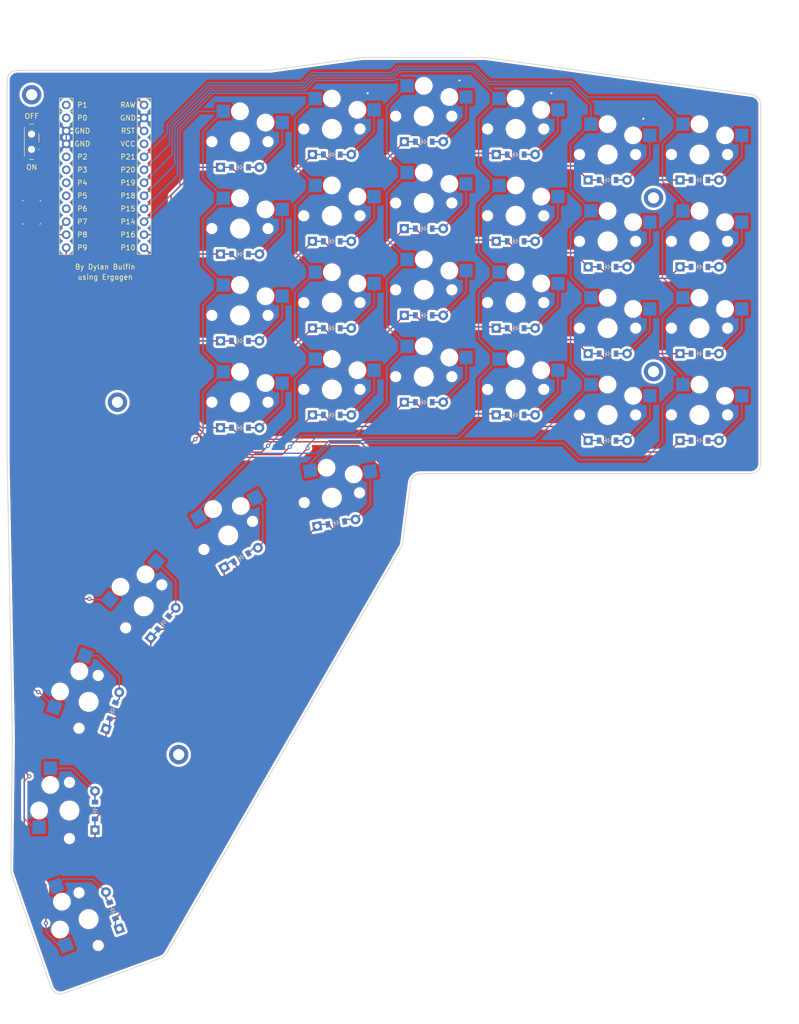
<source format=kicad_pcb>
(kicad_pcb (version 20241229) (generator "pcbnew") (generator_version "9.0")
  (title_block (title "main") (date "2025-05-04") (rev "v1.0.0") (company "Unknown"))
  (layers (0 "F.Cu" signal) (2 "B.Cu" signal) (13 "F.Paste" user) (15 "B.Paste" user) (5 "F.SilkS" user "F.Silkscreen") (7 "B.SilkS" user "B.Silkscreen") (1 "F.Mask" user) (3 "B.Mask" user) (25 "Edge.Cuts" user))
  (net 0 "")
  (net 1 "MP21")
  (net 2 "mirror_outer_bottom")
  (net 3 "mirror_outer_home")
  (net 4 "mirror_outer_top")
  (net 5 "mirror_outer_num")
  (net 6 "MP20")
  (net 7 "mirror_pinky_bottom")
  (net 8 "mirror_pinky_home")
  (net 9 "mirror_pinky_top")
  (net 10 "mirror_pinky_num")
  (net 11 "MP19")
  (net 12 "mirror_ring_bottom")
  (net 13 "mirror_ring_home")
  (net 14 "mirror_ring_top")
  (net 15 "mirror_ring_num")
  (net 16 "MP18")
  (net 17 "mirror_middle_bottom")
  (net 18 "mirror_middle_home")
  (net 19 "mirror_middle_top")
  (net 20 "mirror_middle_num")
  (net 21 "MP15")
  (net 22 "mirror_index_bottom")
  (net 23 "mirror_index_home")
  (net 24 "mirror_index_top")
  (net 25 "mirror_index_num")
  (net 26 "MP14")
  (net 27 "mirror_inner_bottom")
  (net 28 "mirror_inner_home")
  (net 29 "mirror_inner_top")
  (net 30 "mirror_inner_num")
  (net 31 "mirror_first_cluster")
  (net 32 "mirror_second_cluster")
  (net 33 "mirror_third_cluster")
  (net 34 "mirror_fourth_cluster")
  (net 35 "mirror_fifth_cluster")
  (net 36 "mirror_sixth_cluster")
  (net 37 "MP8")
  (net 38 "MP9")
  (net 39 "MP10")
  (net 40 "MP16")
  (net 41 "MP7")
  (net 42 "MRAW")
  (net 43 "MGND")
  (net 44 "MRST")
  (net 45 "MVCC")
  (net 46 "MP1")
  (net 47 "MP0")
  (net 48 "MP2")
  (net 49 "MP3")
  (net 50 "MP4")
  (net 51 "MP5")
  (net 52 "MP6")
  (net 53 "MBAT_P")
  (footprint "ComboDiode" (layer "F.Cu") (at 340 49)
    (property "Reference" "D42" (hide yes))
    (property "Value" "" (hide yes))
  )
  (footprint "PG1350" (layer "F.Cu") (at 340 61)
    (property "Reference" "S41" (hide yes))
    (property "Value" "" (hide yes))
  )
  (footprint "ComboDiode" (layer "F.Cu") (at 358 88)
    (property "Reference" "D36" (hide yes))
    (property "Value" "" (hide yes))
  )
  (footprint "PG1350" (layer "F.Cu") (at 304 78)
    (property "Reference" "S48" (hide yes))
    (property "Value" "" (hide yes))
  )
  (footprint "ComboDiode" (layer "F.Cu") (at 304 83)
    (property "Reference" "D48" (hide yes))
    (property "Value" "" (hide yes))
  )
  (footprint "ComboDiode" (layer "F.Cu") (at 376 105)
    (property "Reference" "D31" (hide yes))
    (property "Value" "" (hide yes))
  )
  (footprint "ComboDiode" (layer "F.Cu") (at 304.868241 121.124039 10)
    (property "Reference" "D55" (hide yes))
    (property "Value" "" (hide yes))
  )
  (footprint "ceoloide:power_switch_smd_side" (layer "F.Cu") (at 245.2 46.5 180)
    (property "Reference" "PWR2" (hide yes))
    (property "Value" "")
  )
  (footprint "ceoloide:mounting_hole_plated" (layer "F.Cu") (at 367 57.5)
    (property "Reference" "H2" (hide yes))
    (property "Value" "")
  )
  (footprint "PG1350" (layer "F.Cu") (at 322 92.5)
    (property "Reference" "S43" (hide yes))
    (property "Value" "" (hide yes))
  )
  (footprint "PG1350" (layer "F.Cu") (at 322 41.5)
    (property "Reference" "S46" (hide yes))
    (property "Value" "" (hide yes))
  )
  (footprint "ceoloide:mounting_hole_plated" (layer "F.Cu") (at 367 91.5)
    (property "Reference" "H4" (hide yes))
    (property "Value" "")
  )
  (footprint "PG1350" (layer "F.Cu") (at 340 95)
    (property "Reference" "S39" (hide yes))
    (property "Value" "" (hide yes))
  )
  (footprint "ComboDiode" (layer "F.Cu") (at 304 66)
    (property "Reference" "D49" (hide yes))
    (property "Value" "" (hide yes))
  )
  (footprint "ceoloide:mounting_hole_plated" (layer "F.Cu") (at 262 97.5)
    (property "Reference" "H8" (hide yes))
    (property "Value" "")
  )
  (footprint "ComboDiode" (layer "F.Cu") (at 322 63.5)
    (property "Reference" "D45" (hide yes))
    (property "Value" "" (hide yes))
  )
  (footprint "ComboDiode" (layer "F.Cu") (at 304 49)
    (property "Reference" "D50" (hide yes))
    (property "Value" "" (hide yes))
  )
  (footprint "PG1350" (layer "F.Cu") (at 304 116.2 10)
    (property "Reference" "S55" (hide yes))
    (property "Value" "" (hide yes))
  )
  (footprint "ComboDiode" (layer "F.Cu") (at 358 54)
    (property "Reference" "D38" (hide yes))
    (property "Value" "" (hide yes))
  )
  (footprint "ComboDiode" (layer "F.Cu") (at 286 51.5)
    (property "Reference" "D54" (hide yes))
    (property "Value" "" (hide yes))
  )
  (footprint "PG1350" (layer "F.Cu") (at 256.356079 156.177996 70)
    (property "Reference" "S58" (hide yes))
    (property "Value" "" (hide yes))
  )
  (footprint "ComboDiode" (layer "F.Cu") (at 270.986302 140.685786 50)
    (property "Reference" "D57" (hide yes))
    (property "Value" "" (hide yes))
  )
  (footprint "PG1350" (layer "F.Cu") (at 286 80.5)
    (property "Reference" "S52" (hide yes))
    (property "Value" "" (hide yes))
  )
  (footprint "PG1350" (layer "F.Cu") (at 376 66)
    (property "Reference" "S33" (hide yes))
    (property "Value" "" (hide yes))
  )
  (footprint "PG1350" (layer "F.Cu") (at 322 75.5)
    (property "Reference" "S44" (hide yes))
    (property "Value" "" (hide yes))
  )
  (footprint "PG1350" (layer "F.Cu") (at 340 44)
    (property "Reference" "S42" (hide yes))
    (property "Value" "" (hide yes))
  )
  (footprint "PG1350" (layer "F.Cu") (at 376 100)
    (property "Reference" "S31" (hide yes))
    (property "Value" "" (hide yes))
  )
  (footprint "ComboDiode" (layer "F.Cu") (at 322 97.5)
    (property "Reference" "D43" (hide yes))
    (property "Value" "" (hide yes))
  )
  (footprint "PG1350" (layer "F.Cu") (at 304 44)
    (property "Reference" "S50" (hide yes))
    (property "Value" "" (hide yes))
  )
  (footprint "ComboDiode" (layer "F.Cu") (at 376 54)
    (property "Reference" "D34" (hide yes))
    (property "Value" "" (hide yes))
  )
  (footprint "ceoloide:mcu_nice_nano" (layer "F.Cu") (at 259.6 52)
    (property "Reference" "MCU2" (hide yes))
    (property "Value" "")
  )
  (footprint "PG1350" (layer "F.Cu") (at 358 83)
    (property "Reference" "S36" (hide yes))
    (property "Value" "" (hide yes))
  )
  (footprint "ComboDiode" (layer "F.Cu") (at 358 105)
    (property "Reference" "D35" (hide yes))
    (property "Value" "" (hide yes))
  )
  (footprint "PG1350" (layer "F.Cu") (at 304 95)
    (property "Reference" "S47" (hide yes))
    (property "Value" "" (hide yes))
  )
  (footprint "ComboDiode" (layer "F.Cu") (at 257.605279 177.449844 90)
    (property "Reference" "D59" (hide yes))
    (property "Value" "" (hide yes))
  )
  (footprint "PG1350" (layer "F.Cu") (at 358 49)
    (property "Reference" "S38" (hide yes))
    (property "Value" "" (hide yes))
  )
  (footprint "PG1350" (layer "F.Cu") (at 304 61)
    (property "Reference" "S49" (hide yes))
    (property "Value" "" (hide yes))
  )
  (footprint "PG1350" (layer "F.Cu") (at 376 49)
    (property "Reference" "S34" (hide yes))
    (property "Value" "" (hide yes))
  )
  (footprint "ComboDiode" (layer "F.Cu") (at 261.054543 197.01159 110)
    (property "Reference" "D60" (hide yes))
    (property "Value" "" (hide yes))
  )
  (footprint "PG1350" (layer "F.Cu") (at 340 78)
    (property "Reference" "S40" (hide yes))
    (property "Value" "" (hide yes))
  )
  (footprint "PG1350" (layer "F.Cu") (at 286 63.5)
    (property "Reference" "S53" (hide yes))
    (property "Value" "" (hide yes))
  )
  (footprint "ComboDiode" (layer "F.Cu") (at 286 102.5)
    (property "Reference" "D51" (hide yes))
    (property "Value" "" (hide yes))
  )
  (footprint "PG1350" (layer "F.Cu") (at 376 83)
    (property "Reference" "S32" (hide yes))
    (property "Value" "" (hide yes))
  )
  (footprint "PG1350" (layer "F.Cu") (at 256.35608 198.721691 110)
    (property "Reference" "S60" (hide yes))
    (property "Value" "" (hide yes))
  )
  (footprint "ceoloide:reset_switch_smd_side" (layer "F.Cu") (at 245.2 60.3 -90)
    (property "Reference" "RST2" (hide yes))
    (property "Value" "")
  )
  (footprint "ceoloide:mounting_hole_plated" (layer "F.Cu") (at 274 166.5)
    (property "Reference" "H10" (hide yes))
    (property "Value" "")
  )
  (footprint "ComboDiode" (layer "F.Cu") (at 340 83)
    (property "Reference" "D40" (hide yes))
    (property "Value" "" (hide yes))
  )
  (footprint "ComboDiode" (layer "F.Cu") (at 340 100)
    (property "Reference" "D39" (hide yes))
    (property "Value" "" (hide yes))
  )
  (footprint "ComboDiode" (layer "F.Cu") (at 376 88)
    (property "Reference" "D32" (hide yes))
    (property "Value" "" (hide yes))
  )
  (footprint "PG1350" (layer "F.Cu") (at 267.156079 137.471848 50)
    (property "Reference" "S57" (hide yes))
    (property "Value" "" (hide yes))
  )
  (footprint "ceoloide:mounting_hole_plated" (layer "F.Cu") (at 245.2 37.3)
    (property "Reference" "H6" (hide yes))
    (property "Value" "")
  )
  (footprint "ComboDiode" (layer "F.Cu") (at 340 66)
    (property "Reference" "D41" (hide yes))
    (property "Value" "" (hide yes))
  )
  (footprint "ComboDiode" (layer "F.Cu") (at 358 71)
    (property "Reference" "D37" (hide yes))
    (property "Value" "" (hide yes))
  )
  (footprint "ComboDiode" (layer "F.Cu") (at 286 85.5)
    (property "Reference" "D52" (hide yes))
    (property "Value" "" (hide yes))
  )
  (footprint "PG1350" (layer "F.Cu") (at 358 100)
    (property "Reference" "S35" (hide yes))
    (property "Value" "" (hide yes))
  )
  (footprint "PG1350" (layer "F.Cu") (at 322 58.5)
    (property "Reference" "S45" (hide yes))
    (property "Value" "" (hide yes))
  )
  (footprint "ComboDiode" (layer "F.Cu") (at 322 46.5)
    (property "Reference" "D46" (hide yes))
    (property "Value" "" (hide yes))
  )
  (footprint "ComboDiode" (layer "F.Cu") (at 286 68.5)
    (property "Reference" "D53" (hide yes))
    (property "Value" "" (hide yes))
  )
  (footprint "ComboDiode" (layer "F.Cu") (at 261.054543 157.888097 70)
    (property "Reference" "D58" (hide yes))
    (property "Value" "" (hide yes))
  )
  (footprint "PG1350" (layer "F.Cu") (at 286 46.5)
    (property "Reference" "S54" (hide yes))
    (property "Value" "" (hide yes))
  )
  (footprint "PG1350" (layer "F.Cu") (at 252.605279 177.449844 90)
    (property "Reference" "S59" (hide yes))
    (property "Value" "" (hide yes))
  )
  (footprint "PG1350" (layer "F.Cu") (at 358 66)
    (property "Reference" "S37" (hide yes))
    (property "Value" "" (hide yes))
  )
  (footprint "PG1350" (layer "F.Cu") (at 286 97.5)
    (property "Reference" "S51" (hide yes))
    (property "Value" "" (hide yes))
  )
  (footprint "ComboDiode" (layer "F.Cu") (at 322 80.5)
    (property "Reference" "D44" (hide yes))
    (property "Value" "" (hide yes))
  )
  (footprint "ComboDiode" (layer "F.Cu") (at 304 100)
    (property "Reference" "D47" (hide yes))
    (property "Value" "" (hide yes))
  )
  (footprint "PG1350" (layer "F.Cu") (at 283.702639 123.587635 30)
    (property "Reference" "S56" (hide yes))
    (property "Value" "" (hide yes))
  )
  (footprint "ComboDiode" (layer "F.Cu") (at 286.202639 127.917762 30)
    (property "Reference" "D56" (hide yes))
    (property "Value" "" (hide yes))
  )
  (footprint "ComboDiode" (layer "F.Cu") (at 376 71)
    (property "Reference" "D33" (hide yes))
    (property "Value" "" (hide yes))
  )
  (gr_line (start 388 39.24142) (end 388 109.5) (stroke (width 0.15)) (layer "Edge.Cuts"))
  (gr_line (start 248.985819 212.01811) (end 241.221537 189.782783) (stroke (width 0.15)) (layer "Edge.Cuts"))
  (gr_line (start 240.4 108.980826) (end 240.4 34.5) (stroke (width 0.15)) (layer "Edge.Cuts"))
  (gr_arc (start 251.558054 213.238163) (mid 250.016903 213.16582) (end 248.985819 212.01811) (stroke (width 0.15)) (layer "Edge.Cuts"))
  (gr_arc (start 319.376413 113.245954) (mid 320.038868 111.998657) (end 321.360212 111.5) (stroke (width 0.15)) (layer "Edge.Cuts"))
  (gr_line (start 317.613898 125.789219) (end 271.630757 205.434356) (stroke (width 0.15)) (layer "Edge.Cuts"))
  (gr_line (start 241.444754 163.488792) (end 240.400368 109.019167) (stroke (width 0.15)) (layer "Edge.Cuts"))
  (gr_arc (start 333.861775 30) (mid 333.999672 30.004758) (end 334.136912 30.019016) (stroke (width 0.15)) (layer "Edge.Cuts"))
  (gr_line (start 241.109904 189.09722) (end 241.444949 163.553363) (stroke (width 0.15)) (layer "Edge.Cuts"))
  (gr_line (start 319.376413 113.245954) (end 317.865647 125.043265) (stroke (width 0.15)) (layer "Edge.Cuts"))
  (gr_line (start 242.4 32.5) (end 291.861775 32.5) (stroke (width 0.15)) (layer "Edge.Cuts"))
  (gr_arc (start 386.275137 37.260436) (mid 387.508348 37.928082) (end 388 39.24142) (stroke (width 0.15)) (layer "Edge.Cuts"))
  (gr_arc (start 317.865647 125.043265) (mid 317.776839 125.428751) (end 317.613898 125.789219) (stroke (width 0.15)) (layer "Edge.Cuts"))
  (gr_line (start 334.136912 30.019016) (end 386.275137 37.260436) (stroke (width 0.15)) (layer "Edge.Cuts"))
  (gr_arc (start 292.136912 32.480985) (mid 291.999672 32.49524) (end 291.861775 32.5) (stroke (width 0.15)) (layer "Edge.Cuts"))
  (gr_line (start 292.136912 32.480984) (end 309.863088 30.019016) (stroke (width 0.15)) (layer "Edge.Cuts"))
  (gr_line (start 386 111.5) (end 321.360212 111.5) (stroke (width 0.15)) (layer "Edge.Cuts"))
  (gr_line (start 270.582746 206.313741) (end 251.558054 213.238163) (stroke (width 0.15)) (layer "Edge.Cuts"))
  (gr_arc (start 241.221537 189.782783) (mid 241.135738 189.444884) (end 241.109904 189.09722) (stroke (width 0.15)) (layer "Edge.Cuts"))
  (gr_arc (start 271.630757 205.434356) (mid 271.184288 205.966456) (end 270.582746 206.313741) (stroke (width 0.15)) (layer "Edge.Cuts"))
  (gr_arc (start 240.4 34.5) (mid 240.985786 33.085786) (end 242.4 32.5) (stroke (width 0.15)) (layer "Edge.Cuts"))
  (gr_arc (start 309.863088 30.019015) (mid 310.000328 30.00476) (end 310.138225 30) (stroke (width 0.15)) (layer "Edge.Cuts"))
  (gr_arc (start 388 109.5) (mid 387.414214 110.914214) (end 386 111.5) (stroke (width 0.15)) (layer "Edge.Cuts"))
  (gr_line (start 310.138225 30) (end 333.861775 30) (stroke (width 0.15)) (layer "Edge.Cuts"))
  (gr_arc (start 240.400368 109.019167) (mid 240.400092 108.999997) (end 240.4 108.980826) (stroke (width 0.15)) (layer "Edge.Cuts"))
  (gr_arc (start 241.444754 163.488792) (mid 241.445112 163.521077) (end 241.444949 163.553363) (stroke (width 0.15)) (layer "Edge.Cuts"))
  (gr_text "By Dylan Bulfin" (at 259.6 71 0) (layer "F.SilkS") (effects (font (size 1 1))))
  (gr_text "using Ergogen" (at 259.6 73 0) (layer "F.SilkS") (effects (font (size 1 1))))
  (segment (start 372.725 60.05) (end 368.75 64.025) (width 0.254) (layer "B.Cu") (net 1))
  (segment (start 368.75 47.025) (end 368.75 54.25) (width 0.254) (layer "B.Cu") (net 1))
  (segment (start 299.741548 110.909092) (end 299.741548 109.478286) (width 0.254) (layer "B.Cu") (net 1))
  (segment (start 349.277 105.527) (end 352.5 108.75) (width 0.254) (layer "B.Cu") (net 1))
  (segment (start 331.846668 31.732) (end 316.819332 31.732) (width 0.254) (layer "B.Cu") (net 1))
  (segment (start 315.578332 32.973) (end 300.117497 32.973) (width 0.254) (layer "B.Cu") (net 1))
  (segment (start 372.725 92.225) (end 372.725 94.05) (width 0.254) (layer "B.Cu") (net 1))
  (segment (start 372.725 43.05) (end 368.75 47.025) (width 0.254) (layer "B.Cu") (net 1))
  (segment (start 368.75 73.075) (end 372.725 77.05) (width 0.254) (layer "B.Cu") (net 1))
  (segment (start 299.741548 109.478286) (end 303.692834 105.527) (width 0.254) (layer "B.Cu") (net 1))
  (segment (start 368.75 105.25) (end 368.75 98.025) (width 0.254) (layer "B.Cu") (net 1))
  (segment (start 367.440083 37.765083) (end 353.984917 37.765083) (width 0.254) (layer "B.Cu") (net 1))
  (segment (start 353.984917 37.765083) (end 350.960834 34.741) (width 0.254) (layer "B.Cu") (net 1))
  (segment (start 372.725 58.225) (end 372.725 60.05) (width 0.254) (layer "B.Cu") (net 1))
  (segment (start 316.819332 31.732) (end 315.578332 32.973) (width 0.254) (layer "B.Cu") (net 1))
  (segment (start 303.692834 105.527) (end 349.277 105.527) (width 0.254) (layer "B.Cu") (net 1))
  (segment (start 298.126498 34.964) (end 279.876498 34.964) (width 0.254) (layer "B.Cu") (net 1))
  (segment (start 365.25 108.75) (end 368.75 105.25) (width 0.254) (layer "B.Cu") (net 1))
  (segment (start 368.75 98.025) (end 372.725 94.05) (width 0.254) (layer "B.Cu") (net 1))
  (segment (start 271.705 43.135498) (end 271.705 44.975) (width 0.254) (layer "B.Cu") (net 1))
  (segment (start 372.725 77.05) (end 368.75 81.025) (width 0.254) (layer "B.Cu") (net 1))
  (segment (start 350.960834 34.741) (end 334.855668 34.741) (width 0.254) (layer "B.Cu") (net 1))
  (segment (start 372.725 43.05) (end 367.440083 37.765083) (width 0.254) (layer "B.Cu") (net 1))
  (segment (start 368.75 88.25) (end 372.725 92.225) (width 0.254) (layer "B.Cu") (net 1))
  (segment (start 368.75 81.025) (end 368.75 88.25) (width 0.254) (layer "B.Cu") (net 1))
  (segment (start 300.117497 32.973) (end 298.126498 34.964) (width 0.254) (layer "B.Cu") (net 1))
  (segment (start 352.5 108.75) (end 365.25 108.75) (width 0.254) (layer "B.Cu") (net 1))
  (segment (start 368.75 54.25) (end 372.725 58.225) (width 0.254) (layer "B.Cu") (net 1))
  (segment (start 368.75 64.025) (end 368.75 73.075) (width 0.254) (layer "B.Cu") (net 1))
  (segment (start 334.855668 34.741) (end 331.846668 31.732) (width 0.254) (layer "B.Cu") (net 1))
  (segment (start 271.705 44.975) (end 267.22 49.46) (width 0.254) (layer "B.Cu") (net 1))
  (segment (start 279.876498 34.964) (end 271.705 43.135498) (width 0.254) (layer "B.Cu") (net 1))
  (segment (start 377.65 105) (end 379.81 105) (width 0.254) (layer "F.Cu") (net 2))
  (segment (start 384.275 100.535) (end 384.275 96.25) (width 0.254) (layer "B.Cu") (net 2))
  (segment (start 377.65 105) (end 379.81 105) (width 0.254) (layer "B.Cu") (net 2))
  (segment (start 379.81 105) (end 384.275 100.535) (width 0.254) (layer "B.Cu") (net 2))
  (segment (start 377.65 88) (end 379.81 88) (width 0.254) (layer "F.Cu") (net 3))
  (segment (start 377.65 88) (end 379.81 88) (width 0.254) (layer "B.Cu") (net 3))
  (segment (start 379.81 88) (end 384.275 83.535) (width 0.254) (layer "B.Cu") (net 3))
  (segment (start 384.275 83.535) (end 384.275 79.25) (width 0.254) (layer "B.Cu") (net 3))
  (segment (start 377.65 71) (end 379.81 71) (width 0.254) (layer "F.Cu") (net 4))
  (segment (start 377.65 71) (end 379.81 71) (width 0.254) (layer "B.Cu") (net 4))
  (segment (start 379.81 71) (end 384.275 66.535) (width 0.254) (layer "B.Cu") (net 4))
  (segment (start 384.275 66.535) (end 384.275 62.25) (width 0.254) (layer "B.Cu") (net 4))
  (segment (start 377.65 54) (end 379.81 54) (width 0.254) (layer "F.Cu") (net 5))
  (segment (start 377.65 54) (end 379.81 54) (width 0.254) (layer "B.Cu") (net 5))
  (segment (start 379.81 54) (end 384.275 49.535) (width 0.254) (layer "B.Cu") (net 5))
  (segment (start 384.275 49.535) (end 384.275 45.25) (width 0.254) (layer "B.Cu") (net 5))
  (segment (start 350.75 64.025) (end 350.75 73.075) (width 0.254) (layer "B.Cu") (net 6))
  (segment (start 298.337332 35.473) (end 280.087332 35.473) (width 0.254) (layer "B.Cu") (net 6))
  (segment (start 343.757 105.018) (end 350.75 98.025) (width 0.254) (layer "B.Cu") (net 6))
  (segment (start 350.75 47.025) (end 350.75 56.075) (width 0.254) (layer "B.Cu") (net 6))
  (segment (start 277.891406 120.072284) (end 277.891406 118.571173) (width 0.254) (layer "B.Cu") (net 6))
  (segment (start 350.75 90.075) (end 354.725 94.05) (width 0.254) (layer "B.Cu") (net 6))
  (segment (start 354.725 60.05) (end 350.75 64.025) (width 0.254) (layer "B.Cu") (net 6))
  (segment (start 350.75 81.025) (end 350.75 90.075) (width 0.254) (layer "B.Cu") (net 6))
  (segment (start 303.482 105.018) (end 343.757 105.018) (width 0.254) (layer "B.Cu") (net 6))
  (segment (start 272.214 47.006) (end 267.22 52) (width 0.254) (layer "B.Cu") (net 6))
  (segment (start 354.725 39.225) (end 350.75 35.25) (width 0.254) (layer "B.Cu") (net 6))
  (segment (start 301 107.5) (end 303.482 105.018) (width 0.254) (layer "B.Cu") (net 6))
  (segment (start 317.030166 32.241) (end 315.789166 33.482) (width 0.254) (layer "B.Cu") (net 6))
  (segment (start 315.789166 33.482) (end 300.328332 33.482) (width 0.254) (layer "B.Cu") (net 6))
  (segment (start 288.962579 107.5) (end 301 107.5) (width 0.254) (layer "B.Cu") (net 6))
  (segment (start 272.214 43.346332) (end 272.214 47.006) (width 0.254) (layer "B.Cu") (net 6))
  (segment (start 277.891406 118.571173) (end 288.962579 107.5) (width 0.254) (layer "B.Cu") (net 6))
  (segment (start 350.75 35.25) (end 334.644834 35.25) (width 0.254) (layer "B.Cu") (net 6))
  (segment (start 354.725 94.05) (end 350.75 98.025) (width 0.254) (layer "B.Cu") (net 6))
  (segment (start 280.087332 35.473) (end 272.214 43.346332) (width 0.254) (layer "B.Cu") (net 6))
  (segment (start 354.725 43.05) (end 354.725 39.225) (width 0.254) (layer "B.Cu") (net 6))
  (segment (start 300.328332 33.482) (end 298.337332 35.473) (width 0.254) (layer "B.Cu") (net 6))
  (segment (start 354.725 77.05) (end 350.75 81.025) (width 0.254) (layer "B.Cu") (net 6))
  (segment (start 331.635834 32.241) (end 317.030166 32.241) (width 0.254) (layer "B.Cu") (net 6))
  (segment (start 334.644834 35.25) (end 331.635834 32.241) (width 0.254) (layer "B.Cu") (net 6))
  (segment (start 350.75 56.075) (end 354.725 60.05) (width 0.254) (layer "B.Cu") (net 6))
  (segment (start 354.725 43.05) (end 350.75 47.025) (width 0.254) (layer "B.Cu") (net 6))
  (segment (start 350.75 73.075) (end 354.725 77.05) (width 0.254) (layer "B.Cu") (net 6))
  (segment (start 359.65 105) (end 361.81 105) (width 0.254) (layer "F.Cu") (net 7))
  (segment (start 361.81 105) (end 366.275 100.535) (width 0.254) (layer "B.Cu") (net 7))
  (segment (start 359.65 105) (end 361.81 105) (width 0.254) (layer "B.Cu") (net 7))
  (segment (start 366.275 100.535) (end 366.275 96.25) (width 0.254) (layer "B.Cu") (net 7))
  (segment (start 359.65 88) (end 361.81 88) (width 0.254) (layer "F.Cu") (net 8))
  (segment (start 366.275 83.535) (end 366.275 79.25) (width 0.254) (layer "B.Cu") (net 8))
  (segment (start 359.65 88) (end 361.81 88) (width 0.254) (layer "B.Cu") (net 8))
  (segment (start 361.81 88) (end 366.275 83.535) (width 0.254) (layer "B.Cu") (net 8))
  (segment (start 359.65 71) (end 361.81 71) (width 0.254) (layer "F.Cu") (net 9))
  (segment (start 361.81 71) (end 366.275 66.535) (width 0.254) (layer "B.Cu") (net 9))
  (segment (start 366.275 66.535) (end 366.275 62.25) (width 0.254) (layer "B.Cu") (net 9))
  (segment (start 359.65 71) (end 361.81 71) (width 0.254) (layer "B.Cu") (net 9))
  (segment (start 359.65 54) (end 361.81 54) (width 0.254) (layer "F.Cu") (net 10))
  (segment (start 361.81 54) (end 366.275 49.535) (width 0.254) (layer "B.Cu") (net 10))
  (segment (start 359.65 54) (end 361.81 54) (width 0.254) (layer "B.Cu") (net 10))
  (segment (start 366.275 49.535) (end 366.275 45.25) (width 0.254) (layer "B.Cu") (net 10))
  (segment (start 256.829751 110.079751) (end 258.632502 108.277) (width 0.254) (layer "F.Cu") (net 11))
  (segment (start 245.277 121.632502) (end 256.829751 110.079751) (width 0.254) (layer "F.Cu") (net 11))
  (segment (start 297.473 108.277) (end 299.25 106.5) (width 0.254) (layer "F.Cu") (net 11))
  (segment (start 245.277 133.527) (end 245.277 131.25) (width 0.254) (layer "F.Cu") (net 11))
  (segment (start 247.75 136) (end 245.277 133.527) (width 0.254) (layer "F.Cu") (net 11))
  (segment (start 245.277 131.25) (end 245.277 121.632502) (width 0.254) (layer "F.Cu") (net 11))
  (segment (start 258.632502 108.277) (end 277.5 108.277) (width 0.254) (layer "F.Cu") (net 11))
  (segment (start 277.5 108.277) (end 297.473 108.277) (width 0.254) (layer "F.Cu") (net 11))
  (segment (start 256.5 136) (end 247.75 136) (width 0.254) (layer "F.Cu") (net 11))
  (via (at 256.5 136) (size 0.8) (drill 0.4) (layers "F.Cu" "B.Cu") (net 11))
  (via (at 299.25 106.5) (size 0.8) (drill 0.4) (layers "F.Cu" "B.Cu") (net 11))
  (segment (start 299.25 106.5) (end 299.25 106) (width 0.254) (layer "B.Cu") (net 11))
  (segment (start 316 33.991) (end 300.539166 33.991) (width 0.254) (layer "B.Cu") (net 11))
  (segment (start 332.75 100.5) (end 332.75 93.025) (width 0.254) (layer "B.Cu") (net 11))
  (segment (start 332.75 51.075) (end 336.725 55.05) (width 0.254) (layer "B.Cu") (net 11))
  (segment (start 317.241 32.75) (end 316 33.991) (width 0.254) (layer "B.Cu") (net 11))
  (segment (start 328.741 104.509) (end 332.75 100.5) (width 0.254) (layer "B.Cu") (net 11))
  (segment (start 336.725 55.05) (end 332.75 59.025) (width 0.254) (layer "B.Cu") (net 11))
  (segment (start 336.725 72.05) (end 332.75 76.025) (width 0.254) (layer "B.Cu") (net 11))
  (segment (start 272.723 49.037) (end 267.22 54.54) (width 0.254) (layer "B.Cu") (net 11))
  (segment (start 272.723 43.557166) (end 272.723 49.037) (width 0.254) (layer "B.Cu") (net 11))
  (segment (start 332.75 76.025) (end 332.75 85.075) (width 0.254) (layer "B.Cu") (net 11))
  (segment (start 299.25 106) (end 300.741 104.509) (width 0.254) (layer "B.Cu") (net 11))
  (segment (start 332.75 85.075) (end 336.725 89.05) (width 0.254) (layer "B.Cu") (net 11))
  (segment (start 332.75 68.075) (end 336.725 72.05) (width 0.254) (layer "B.Cu") (net 11))
  (segment (start 298.548166 35.982) (end 280.298166 35.982) (width 0.254) (layer "B.Cu") (net 11))
  (segment (start 300.741 104.509) (end 328.741 104.509) (width 0.254) (layer "B.Cu") (net 11))
  (segment (start 256.656057 136.156057) (end 256.5 136) (width 0.254) (layer "B.Cu") (net 11))
  (segment (start 332.75 93.025) (end 336.725 89.05) (width 0.254) (layer "B.Cu") (net 11))
  (segment (start 336.725 38.05) (end 332.75 42.025) (width 0.254) (layer "B.Cu") (net 11))
  (segment (start 280.298166 35.982) (end 272.723 43.557166) (width 0.254) (layer "B.Cu") (net 11))
  (segment (start 336.725 38.05) (end 331.425 32.75) (width 0.254) (layer "B.Cu") (net 11))
  (segment (start 300.539166 33.991) (end 298.548166 35.982) (width 0.254) (layer "B.Cu") (net 11))
  (segment (start 260.492985 136.156057) (end 256.656057 136.156057) (width 0.254) (layer "B.Cu") (net 11))
  (segment (start 331.425 32.75) (end 317.241 32.75) (width 0.254) (layer "B.Cu") (net 11))
  (segment (start 332.75 59.025) (end 332.75 68.075) (width 0.254) (layer "B.Cu") (net 11))
  (segment (start 332.75 42.025) (end 332.75 51.075) (width 0.254) (layer "B.Cu") (net 11))
  (segment (start 341.65 100) (end 343.81 100) (width 0.254) (layer "F.Cu") (net 12))
  (segment (start 341.65 100) (end 343.81 100) (width 0.254) (layer "B.Cu") (net 12))
  (segment (start 343.81 100) (end 348.275 95.535) (width 0.254) (layer "B.Cu") (net 12))
  (segment (start 348.275 95.535) (end 348.275 91.25) (width 0.254) (layer "B.Cu") (net 12))
  (segment (start 341.65 83) (end 343.81 83) (width 0.254) (layer "F.Cu") (net 13))
  (segment (start 343.81 83) (end 348.275 78.535) (width 0.254) (layer "B.Cu") (net 13))
  (segment (start 341.65 83) (end 343.81 83) (width 0.254) (layer "B.Cu") (net 13))
  (segment (start 348.275 78.535) (end 348.275 74.25) (width 0.254) (layer "B.Cu") (net 13))
  (segment (start 341.65 66) (end 343.81 66) (width 0.254) (layer "F.Cu") (net 14))
  (segment (start 343.81 66) (end 348.275 61.535) (width 0.254) (layer "B.Cu") (net 14))
  (segment (start 348.275 61.535) (end 348.275 57.25) (width 0.254) (layer "B.Cu") (net 14))
  (segment (start 341.65 66) (end 343.81 66) (width 0.254) (layer "B.Cu") (net 14))
  (segment (start 341.65 49) (end 343.81 49) (width 0.254) (layer "F.Cu") (net 15))
  (segment (start 343.81 49) (end 348.275 44.535) (width 0.254) (layer "B.Cu") (net 15))
  (segment (start 348.275 44.535) (end 348.275 40.25) (width 0.254) (layer "B.Cu") (net 15))
  (segment (start 341.65 49) (end 343.81 49) (width 0.254) (layer "B.Cu") (net 15))
  (segment (start 294.232 107.768) (end 295.75 106.25) (width 0.254) (layer "F.Cu") (net 16))
  (segment (start 246.25 154.25) (end 244.768 152.768) (width 0.254) (layer "F.Cu") (net 16))
  (segment (start 244.768 121.421668) (end 250.094834 116.094834) (width 0.254) (layer "F.Cu") (net 16))
  (segment (start 244.768 152.768) (end 244.768 142) (width 0.254) (layer "F.Cu") (net 16))
  (segment (start 244.768 142) (end 244.768 121.421668) (width 0.254) (layer "F.Cu") (net 16))
  (segment (start 246.5 154.25) (end 246.25 154.25) (width 0.254) (layer "F.Cu") (net 16))
  (segment (start 250.094834 116.094834) (end 258.421668 107.768) (width 0.254) (layer "F.Cu") (net 16))
  (segment (start 258.421668 107.768) (end 278.75 107.768) (width 0.254) (layer "F.Cu") (net 16))
  (segment (start 278.75 107.768) (end 294.232 107.768) (width 0.254) (layer "F.Cu") (net 16))
  (via (at 295.75 106.25) (size 0.8) (drill 0.4) (layers "F.Cu" "B.Cu") (net 16))
  (via (at 246.5 154.25) (size 0.8) (drill 0.4) (layers "F.Cu" "B.Cu") (net 16))
  (segment (start 280.509 36.491) (end 273.232 43.768) (width 0.254) (layer "B.Cu") (net 16))
  (segment (start 246.674323 154.25) (end 246.5 154.25) (width 0.254) (layer "B.Cu") (net 16))
  (segment (start 314.75 82.575) (end 318.725 86.55) (width 0.254) (layer "B.Cu") (net 16))
  (segment (start 318.725 52.55) (end 314.75 56.525) (width 0.254) (layer "B.Cu") (net 16))
  (segment (start 317.425 34.25) (end 316.460835 34.25) (width 0.254) (layer "B.Cu") (net 16))
  (segment (start 308.5 104) (end 314.75 97.75) (width 0.254) (layer "B.Cu") (net 16))
  (segment (start 298 104) (end 308.5 104) (width 0.254) (layer "B.Cu") (net 16))
  (segment (start 314.75 56.525) (end 314.75 65.575) (width 0.254) (layer "B.Cu") (net 16))
  (segment (start 314.75 65.575) (end 318.725 69.55) (width 0.254) (layer "B.Cu") (net 16))
  (segment (start 298.759 36.491) (end 280.509 36.491) (width 0.254) (layer "B.Cu") (net 16))
  (segment (start 300.75 34.5) (end 298.759 36.491) (width 0.254) (layer "B.Cu") (net 16))
  (segment (start 314.75 39.525) (end 314.75 48.575) (width 0.254) (layer "B.Cu") (net 16))
  (segment (start 314.75 90.525) (end 318.725 86.55) (width 0.254) (layer "B.Cu") (net 16))
  (segment (start 273.232 51.068) (end 267.22 57.08) (width 0.254) (layer "B.Cu") (net 16))
  (segment (start 314.75 48.575) (end 318.725 52.55) (width 0.254) (layer "B.Cu") (net 16))
  (segment (start 316.460835 34.25) (end 316.210834 34.5) (width 0.254) (layer "B.Cu") (net 16))
  (segment (start 316.210834 34.5) (end 300.75 34.5) (width 0.254) (layer "B.Cu") (net 16))
  (segment (start 318.725 69.55) (end 314.75 73.525) (width 0.254) (layer "B.Cu") (net 16))
  (segment (start 318.725 35.55) (end 314.75 39.525) (width 0.254) (layer "B.Cu") (net 16))
  (segment (start 249.644792 157.220469) (end 246.674323 154.25) (width 0.254) (layer "B.Cu") (net 16))
  (segment (start 314.75 73.525) (end 314.75 82.575) (width 0.254) (layer "B.Cu") (net 16))
  (segment (start 295.75 106.25) (end 298 104) (width 0.254) (layer "B.Cu") (net 16))
  (segment (start 273.232 43.768) (end 273.232 51.068) (width 0.254) (layer "B.Cu") (net 16))
  (segment (start 318.725 35.55) (end 317.425 34.25) (width 0.254) (layer "B.Cu") (net 16))
  (segment (start 314.75 97.75) (end 314.75 90.525) (width 0.254) (layer "B.Cu") (net 16))
  (segment (start 323.65 97.5) (end 325.81 97.5) (width 0.254) (layer "F.Cu") (net 17))
  (segment (start 330.275 93.035) (end 330.275 88.75) (width 0.254) (layer "B.Cu") (net 17))
  (segment (start 325.81 97.5) (end 330.275 93.035) (width 0.254) (layer "B.Cu") (net 17))
  (segment (start 323.65 97.5) (end 325.81 97.5) (width 0.254) (layer "B.Cu") (net 17))
  (segment (start 323.65 80.5) (end 325.81 80.5) (width 0.254) (layer "F.Cu") (net 18))
  (segment (start 325.81 80.5) (end 330.275 76.035) (width 0.254) (layer "B.Cu") (net 18))
  (segment (start 330.275 76.035) (end 330.275 71.75) (width 0.254) (layer "B.Cu") (net 18))
  (segment (start 323.65 80.5) (end 325.81 80.5) (width 0.254) (layer "B.Cu") (net 18))
  (segment (start 323.65 63.5) (end 325.81 63.5) (width 0.254) (layer "F.Cu") (net 19))
  (segment (start 325.81 63.5) (end 330.275 59.035) (width 0.254) (layer "B.Cu") (net 19))
  (segment (start 323.65 63.5) (end 325.81 63.5) (width 0.254) (layer "B.Cu") (net 19))
  (segment (start 330.275 59.035) (end 330.275 54.75) (width 0.254) (layer "B.Cu") (net 19))
  (segment (start 323.65 46.5) (end 325.81 46.5) (width 0.254) (layer "F.Cu") (net 20))
  (segment (start 323.65 46.5) (end 325.81 46.5) (width 0.254) (layer "B.Cu") (net 20))
  (segment (start 330.275 42.035) (end 330.275 37.75) (width 0.254) (layer "B.Cu") (net 20))
  (segment (start 325.81 46.5) (end 330.275 42.035) (width 0.254) (layer "B.Cu") (net 20))
  (segment (start 258.210834 107.259) (end 244.259 121.210834) (width 0.254) (layer "F.Cu") (net 21))
  (segment (start 244.259 121.210834) (end 244.259 170.259) (width 0.254) (layer "F.Cu") (net 21))
  (segment (start 244.259 170.259) (end 244.75 170.75) (width 0.254) (layer "F.Cu") (net 21))
  (segment (start 291.5 106.04) (end 290.281 107.259) (width 0.254) (layer "F.Cu") (net 21))
  (segment (start 290.281 107.259) (end 258.210834 107.259) (width 0.254) (layer "F.Cu") (net 21))
  (via (at 291.5 106.04) (size 0.8) (drill 0.4) (layers "F.Cu" "B.Cu") (net 21))
  (via (at 244.75 170.75) (size 0.8) (drill 0.4) (layers "F.Cu" "B.Cu") (net 21))
  (segment (start 243.75 173.75) (end 243.75 171.75) (width 0.254) (layer "B.Cu") (net 21))
  (segment (start 246.655279 180.724844) (end 245.474844 180.724844) (width 0.254) (layer "B.Cu") (net 21))
  (segment (start 275.5 42.25) (end 275.5 42.280166) (width 0.254) (layer "B.Cu") (net 21))
  (segment (start 243.75 173.5) (end 243.75 173.75) (width 0.254) (layer "B.Cu") (net 21))
  (segment (start 300.725 89.05) (end 296.75 93.025) (width 0.254) (layer "B.Cu") (net 21))
  (segment (start 273.741 44.039165) (end 273.741 53.099) (width 0.254) (layer "B.Cu") (net 21))
  (segment (start 280.75 37) (end 275.5 42.25) (width 0.254) (layer "B.Cu") (net 21))
  (segment (start 296.75 59.025) (end 296.75 68.075) (width 0.254) (layer "B.Cu") (net 21))
  (segment (start 300.725 38.05) (end 296.75 42.025) (width 0.254) (layer "B.Cu") (net 21))
  (segment (start 296.75 51.075) (end 300.725 55.05) (width 0.254) (layer "B.Cu") (net 21))
  (segment (start 296.75 85.075) (end 300.725 89.05) (width 0.254) (layer "B.Cu") (net 21))
  (segment (start 243.75 171.75) (end 244.75 170.75) (width 0.254) (layer "B.Cu") (net 21))
  (segment (start 296.75 100.79) (end 291.5 106.04) (width 0.254) (layer "B.Cu") (net 21))
  (segment (start 296.75 76.025) (end 296.75 85.075) (width 0.254) (layer "B.Cu") (net 21))
  (segment (start 299.675 37) (end 280.75 37) (width 0.254) (layer "B.Cu") (net 21))
  (segment (start 275.5 42.280166) (end 273.741 44.039165) (width 0.254) (layer "B.Cu") (net 21))
  (segment (start 300.725 55.05) (end 296.75 59.025) (width 0.254) (layer "B.Cu") (net 21))
  (segment (start 296.75 68.075) (end 300.725 72.05) (width 0.254) (layer "B.Cu") (net 21))
  (segment (start 296.75 93.025) (end 296.75 100.79) (width 0.254) (layer "B.Cu") (net 21))
  (segment (start 243.75 179) (end 243.75 173.5) (width 0.254) (layer "B.Cu") (net 21))
  (segment (start 245.474844 180.724844) (end 243.75 179) (width 0.254) (layer "B.Cu") (net 21))
  (segment (start 296.75 42.025) (end 296.75 51.075) (width 0.254) (layer "B.Cu") (net 21))
  (segment (start 273.741 53.099) (end 267.22 59.62) (width 0.254) (layer "B.Cu") (net 21))
  (segment (start 300.725 72.05) (end 296.75 76.025) (width 0.254) (layer "B.Cu") (net 21))
  (segment (start 300.725 38.05) (end 299.675 37) (width 0.254) (layer "B.Cu") (net 21))
  (segment (start 305.65 100) (end 307.81 100) (width 0.254) (layer "F.Cu") (net 22))
  (segment (start 305.65 100) (end 307.81 100) (width 0.254) (layer "B.Cu") (net 22))
  (segment (start 307.81 100) (end 312.275 95.535) (width 0.254) (layer "B.Cu") (net 22))
  (segment (start 312.275 95.535) (end 312.275 91.25) (width 0.254) (layer "B.Cu") (net 22))
  (segment (start 305.65 83) (end 307.81 83) (width 0.254) (layer "F.Cu") (net 23))
  (segment (start 312.275 78.535) (end 312.275 74.25) (width 0.254) (layer "B.Cu") (net 23))
  (segment (start 305.65 83) (end 307.81 83) (width 0.254) (layer "B.Cu") (net 23))
  (segment (start 307.81 83) (end 312.275 78.535) (width 0.254) (layer "B.Cu") (net 23))
  (segment (start 305.65 66) (end 307.81 66) (width 0.254) (layer "F.Cu") (net 24))
  (segment (start 312.275 61.535) (end 312.275 57.25) (width 0.254) (layer "B.Cu") (net 24))
  (segment (start 305.65 66) (end 307.81 66) (width 0.254) (layer "B.Cu") (net 24))
  (segment (start 307.81 66) (end 312.275 61.535) (width 0.254) (layer "B.Cu") (net 24))
  (segment (start 305.65 49) (end 307.81 49) (width 0.254) (layer "F.Cu") (net 25))
  (segment (start 305.65 49) (end 307.81 49) (width 0.254) (layer "B.Cu") (net 25))
  (segment (start 307.81 49) (end 312.275 44.535) (width 0.254) (layer "B.Cu") (net 25))
  (segment (start 312.275 44.535) (end 312.275 40.25) (width 0.254) (layer "B.Cu") (net 25))
  (segment (start 243.75 121) (end 243.75 187.75) (width 0.254) (layer "F.Cu") (net 26))
  (segment (start 277.25 104.75) (end 275.25 106.75) (width 0.254) (layer "F.Cu") (net 26))
  (segment (start 248 192) (end 248 199.5) (width 0.254) (layer "F.Cu") (net 26))
  (segment (start 275.25 106.75) (end 258 106.75) (width 0.254) (layer "F.Cu") (net 26))
  (segment (start 243.75 187.75) (end 248 192) (width 0.254) (layer "F.Cu") (net 26))
  (segment (start 258 106.75) (end 243.75 121) (width 0.254) (layer "F.Cu") (net 26))
  (via (at 248 199.5) (size 0.8) (drill 0.4) (layers "F.Cu" "B.Cu") (net 26))
  (via (at 277.25 104.75) (size 0.8) (drill 0.4) (layers "F.Cu" "B.Cu") (net 26))
  (segment (start 278.75 103.25) (end 277.25 104.75) (width 0.254) (layer "B.Cu") (net 26))
  (segment (start 282.725 57.55) (end 278.75 61.525) (width 0.254) (layer "B.Cu") (net 26))
  (segment (start 282.725 40.55) (end 278.75 44.525) (width 0.254) (layer "B.Cu") (net 26))
  (segment (start 248 201.33261) (end 248 199.5) (width 0.254) (layer "B.Cu") (net 26))
  (segment (start 278.75 61.525) (end 278.75 70.575) (width 0.254) (layer "B.Cu") (net 26))
  (segment (start 278.75 78.525) (end 278.75 87.575) (width 0.254) (layer "B.Cu") (net 26))
  (segment (start 274.25 55.13) (end 267.22 62.16) (width 0.254) (layer "B.Cu") (net 26))
  (segment (start 282.725 91.55) (end 278.75 95.525) (width 0.254) (layer "B.Cu") (net 26))
  (segment (start 282.725 74.55) (end 278.75 78.525) (width 0.254) (layer "B.Cu") (net 26))
  (segment (start 251.885025 203.834204) (end 250.501594 203.834204) (width 0.254) (layer "B.Cu") (net 26))
  (segment (start 277.95 40.55) (end 274.25 44.25) (width 0.254) (layer "B.Cu") (net 26))
  (segment (start 278.75 70.575) (end 282.725 74.55) (width 0.254) (layer "B.Cu") (net 26))
  (segment (start 278.75 44.525) (end 278.75 53.575) (width 0.254) (layer "B.Cu") (net 26))
  (segment (start 278.75 87.575) (end 282.725 91.55) (width 0.254) (layer "B.Cu") (net 26))
  (segment (start 274.25 44.25) (end 274.25 55.13) (width 0.254) (layer "B.Cu") (net 26))
  (segment (start 250.501594 203.834204) (end 248 201.33261) (width 0.254) (layer "B.Cu") (net 26))
  (segment (start 282.725 40.55) (end 277.95 40.55) (width 0.254) (layer "B.Cu") (net 26))
  (segment (start 278.75 53.575) (end 282.725 57.55) (width 0.254) (layer "B.Cu") (net 26))
  (segment (start 278.75 95.525) (end 278.75 103.25) (width 0.254) (layer "B.Cu") (net 26))
  (segment (start 287.65 102.5) (end 289.81 102.5) (width 0.254) (layer "F.Cu") (net 27))
  (segment (start 287.65 102.5) (end 289.81 102.5) (width 0.254) (layer "B.Cu") (net 27))
  (segment (start 294.275 98.035) (end 294.275 93.75) (width 0.254) (layer "B.Cu") (net 27))
  (segment (start 289.81 102.5) (end 294.275 98.035) (width 0.254) (layer "B.Cu") (net 27))
  (segment (start 287.65 85.5) (end 289.81 85.5) (width 0.254) (layer "F.Cu") (net 28))
  (segment (start 287.65 85.5) (end 289.81 85.5) (width 0.254) (layer "B.Cu") (net 28))
  (segment (start 294.275 81.035) (end 294.275 76.75) (width 0.254) (layer "B.Cu") (net 28))
  (segment (start 289.81 85.5) (end 294.275 81.035) (width 0.254) (layer "B.Cu") (net 28))
  (segment (start 287.65 68.5) (end 289.81 68.5) (width 0.254) (layer "F.Cu") (net 29))
  (segment (start 289.81 68.5) (end 294.275 64.035) (width 0.254) (layer "B.Cu") (net 29))
  (segment (start 287.65 68.5) (end 289.81 68.5) (width 0.254) (layer "B.Cu") (net 29))
  (segment (start 294.275 64.035) (end 294.275 59.75) (width 0.254) (layer "B.Cu") (net 29))
  (segment (start 287.65 51.5) (end 289.81 51.5) (width 0.254) (layer "F.Cu") (net 30))
  (segment (start 287.65 51.5) (end 289.81 51.5) (width 0.254) (layer "B.Cu") (net 30))
  (segment (start 294.275 47.035) (end 294.275 42.75) (width 0.254) (layer "B.Cu") (net 30))
  (segment (start 289.81 51.5) (end 294.275 47.035) (width 0.254) (layer "B.Cu") (net 30))
  (segment (start 306.868255 120.462439) (end 306.493174 120.83752) (width 0.254) (layer "F.Cu") (net 31))
  (segment (start 308.620359 120.462439) (end 306.868255 120.462439) (width 0.254) (layer "F.Cu") (net 31))
  (segment (start 306.868255 120.462439) (end 306.493174 120.83752) (width 0.254) (layer "B.Cu") (net 31))
  (segment (start 308.620359 120.462439) (end 306.868255 120.462439) (width 0.254) (layer "B.Cu") (net 31))
  (segment (start 311.498103 117.584695) (end 311.498103 111.070032) (width 0.254) (layer "B.Cu") (net 31))
  (segment (start 308.620359 120.462439) (end 311.498103 117.584695) (width 0.254) (layer "B.Cu") (net 31))
  (segment (start 288.711581 126.012762) (end 287.631581 127.092762) (width 0.254) (layer "F.Cu") (net 32))
  (segment (start 289.502196 126.012762) (end 288.711581 126.012762) (width 0.254) (layer "F.Cu") (net 32))
  (segment (start 289.502196 126.012762) (end 290.454696 125.060262) (width 0.254) (layer "B.Cu") (net 32))
  (segment (start 290.454696 117.663237) (end 288.993999 116.20254) (width 0.254) (layer "B.Cu") (net 32))
  (segment (start 288.711581 126.012762) (end 287.631581 127.092762) (width 0.254) (layer "B.Cu") (net 32))
  (segment (start 289.502196 126.012762) (end 288.711581 126.012762) (width 0.254) (layer "B.Cu") (net 32))
  (segment (start 290.454696 125.060262) (end 290.454696 117.663237) (width 0.254) (layer "B.Cu") (net 32))
  (segment (start 273.435323 138.033392) (end 272.046902 139.421813) (width 0.254) (layer "F.Cu") (net 33))
  (segment (start 273.435323 137.767157) (end 273.435323 138.033392) (width 0.254) (layer "F.Cu") (net 33))
  (segment (start 273.435323 132.55522) (end 269.60248 128.722377) (width 0.254) (layer "B.Cu") (net 33))
  (segment (start 273.435323 138.033392) (end 272.046902 139.421813) (width 0.254) (layer "B.Cu") (net 33))
  (segment (start 273.435323 137.767157) (end 273.435323 132.55522) (width 0.254) (layer "B.Cu") (net 33))
  (segment (start 273.435323 137.767157) (end 273.435323 138.033392) (width 0.254) (layer "B.Cu") (net 33))
  (segment (start 262.35764 155.59884) (end 261.618876 156.337604) (width 0.254) (layer "F.Cu") (net 34))
  (segment (start 262.35764 154.307868) (end 262.35764 155.59884) (width 0.254) (layer "F.Cu") (net 34))
  (segment (start 262.35764 154.307868) (end 262.35764 151.35764) (width 0.254) (layer "B.Cu") (net 34))
  (segment (start 262.35764 151.35764) (end 258.119464 147.119464) (width 0.254) (layer "B.Cu") (net 34))
  (segment (start 262.35764 155.59884) (end 261.618876 156.337604) (width 0.254) (layer "B.Cu") (net 34))
  (segment (start 262.35764 154.307868) (end 262.35764 155.59884) (width 0.254) (layer "B.Cu") (net 34))
  (segment (start 258.119464 147.119464) (end 255.662448 147.119464) (width 0.254) (layer "B.Cu") (net 34))
  (segment (start 257.605279 173.639844) (end 257.605279 175.799844) (width 0.254) (layer "F.Cu") (net 35))
  (segment (start 253.140279 169.174844) (end 248.855279 169.174844) (width 0.254) (layer "B.Cu") (net 35))
  (segment (start 257.605279 173.639844) (end 253.140279 169.174844) (width 0.254) (layer "B.Cu") (net 35))
  (segment (start 257.605279 173.639844) (end 257.605279 175.799844) (width 0.254) (layer "B.Cu") (net 35))
  (segment (start 259.751446 194.722333) (end 260.49021 195.461097) (width 0.254) (layer "F.Cu") (net 36))
  (segment (start 259.751446 193.431361) (end 259.751446 194.722333) (width 0.254) (layer "F.Cu") (net 36))
  (segment (start 251.337339 190.892987) (end 250.002016 192.22831) (width 0.254) (layer "B.Cu") (net 36))
  (segment (start 257.213072 190.892987) (end 251.337339 190.892987) (width 0.254) (layer "B.Cu") (net 36))
  (segment (start 259.751446 193.431361) (end 257.213072 190.892987) (width 0.254) (layer "B.Cu") (net 36))
  (segment (start 259.751446 193.431361) (end 259.751446 194.722333) (width 0.254) (layer "B.Cu") (net 36))
  (segment (start 259.751446 194.722333) (end 260.49021 195.461097) (width 0.254) (layer "B.Cu") (net 36))
  (segment (start 286.6 104.75) (end 295.44 104.75) (width 0.254) (layer "F.Cu") (net 37))
  (segment (start 278.5 102.5) (end 282.19 102.5) (width 0.254) (layer "F.Cu") (net 37))
  (segment (start 304.6 102.25) (end 313.44 102.25) (width 0.254) (layer "F.Cu") (net 37))
  (segment (start 284.35 102.5) (end 286.6 104.75) (width 0.254) (layer "F.Cu") (net 37))
  (segment (start 338.35 100) (end 340.6 102.25) (width 0.254) (layer "F.Cu") (net 37))
  (segment (start 372.19 105) (end 374.35 105) (width 0.254) (layer "F.Cu") (net 37))
  (segment (start 335.94 99.75) (end 336.19 100) (width 0.254) (layer "F.Cu") (net 37))
  (segment (start 320.35 97.5) (end 322.6 99.75) (width 0.254) (layer "F.Cu") (net 37))
  (segment (start 336.19 100) (end 338.35 100) (width 0.254) (layer "F.Cu") (net 37))
  (segment (start 351.44 102.25) (end 354.19 105) (width 0.254) (layer "F.Cu") (net 37))
  (segment (start 282.19 102.5) (end 284.35 102.5) (width 0.254) (layer "F.Cu") (net 37))
  (segment (start 313.44 102.25) (end 318.19 97.5) (width 0.254) (layer "F.Cu") (net 37))
  (segment (start 302.35 100) (end 304.6 102.25) (width 0.254) (layer "F.Cu") (net 37))
  (segment (start 250.3 64.7) (end 248.75 66.25) (width 0.254) (layer "F.Cu") (net 37))
  (segment (start 369.94 107.25) (end 372.19 105) (width 0.254) (layer "F.Cu") (net 37))
  (segment (start 318.19 97.5) (end 320.35 97.5) (width 0.254) (layer "F.Cu") (net 37))
  (segment (start 358.6 107.25) (end 369.94 107.25) (width 0.254) (layer "F.Cu") (net 37))
  (segment (start 295.44 104.75) (end 300.19 100) (width 0.254) (layer "F.Cu") (net 37))
  (segment (start 322.6 99.75) (end 335.94 99.75) (width 0.254) (layer "F.Cu") (net 37))
  (segment (start 251.98 64.7) (end 250.3 64.7) (width 0.254) (layer "F.Cu") (net 37))
  (segment (start 300.19 100) (end 302.35 100) (width 0.254) (layer "F.Cu") (net 37))
  (segment (start 248.75 66.25) (end 248.75 69) (width 0.254) (layer "F.Cu") (net 37))
  (segment (start 248.75 69) (end 269.25 89.5) (width 0.254) (layer "F.Cu") (net 37))
  (segment (start 269.25 93.25) (end 278.5 102.5) (width 0.254) (layer "F.Cu") (net 37))
  (segment (start 354.19 105) (end 356.35 105) (width 0.254) (layer "F.Cu") (net 37))
  (segment (start 340.6 102.25) (end 351.44 102.25) (width 0.254) (layer "F.Cu") (net 37))
  (segment (start 269.25 89.5) (end 269.25 93.25) (width 0.254) (layer "F.Cu") (net 37))
  (segment (start 356.35 105) (end 358.6 107.25) (width 0.254) (layer "F.Cu") (net 37))
  (segment (start 282.19 102.5) (end 284.35 102.5) (width 0.254) (layer "B.Cu") (net 37))
  (segment (start 354.19 105) (end 356.35 105) (width 0.254) (layer "B.Cu") (net 37))
  (segment (start 318.19 97.5) (end 320.35 97.5) (width 0.254) (layer "B.Cu") (net 37))
  (segment (start 336.19 100) (end 338.35 100) (width 0.254) (layer "B.Cu") (net 37))
  (segment (start 300.19 100) (end 302.35 100) (width 0.254) (layer "B.Cu") (net 37))
  (segment (start 372.19 105) (end 374.35 105) (width 0.254) (layer "B.Cu") (net 37))
  (segment (start 358.6 90.25) (end 363.25 90.25) (width 0.254) (layer "F.Cu") (net 38))
  (segment (start 335.94 82.75) (end 336.19 83) (width 0.254) (layer "F.Cu") (net 38))
  (segment (start 320.35 80.5) (end 322.6 82.75) (width 0.254) (layer "F.Cu") (net 38))
  (segment (start 363.25 90.25) (end 365.5 88) (width 0.254) (layer "F.Cu") (net 38))
  (segment (start 351.44 85.25) (end 354.19 88) (width 0.254) (layer "F.Cu") (net 38))
  (segment (start 282.19 85.5) (end 265.969834 85.5) (width 0.254) (layer "F.Cu") (net 38))
  (segment (start 265.969834 85.5) (end 251.98 71.510166) (width 0.254) (layer "F.Cu") (net 38))
  (segment (start 365.5 88) (end 372.19 88) (width 0.254) (layer "F.Cu") (net 38))
  (segment (start 338.35 83) (end 340.6 85.25) (width 0.254) (layer "F.Cu") (net 38))
  (segment (start 282.19 85.5) (end 284.35 85.5) (width 0.254) (layer "F.Cu") (net 38))
  (segment (start 300.19 83) (end 302.35 83) (width 0.254) (layer "F.Cu") (net 38))
  (segment (start 336.19 83) (end 338.35 83) (width 0.254) (layer "F.Cu") (net 38))
  (segment (start 284.35 85.5) (end 286.6 87.75) (width 0.254) (layer "F.Cu") (net 38))
  (segment (start 356.35 88) (end 358.6 90.25) (width 0.254) (layer "F.Cu") (net 38))
  (segment (start 313.44 85.25) (end 318.19 80.5) (width 0.254) (layer "F.Cu") (net 38))
  (segment (start 340.6 85.25) (end 351.44 85.25) (width 0.254) (layer "F.Cu") (net 38))
  (segment (start 251.98 71.510166) (end 251.98 67.24) (width 0.254) (layer "F.Cu") (net 38))
  (segment (start 354.19 88) (end 356.35 88) (width 0.254) (layer "F.Cu") (net 38))
  (segment (start 372.19 88) (end 374.35 88) (width 0.254) (layer "F.Cu") (net 38))
  (segment (start 318.19 80.5) (end 320.35 80.5) (width 0.254) (layer "F.Cu") (net 38))
  (segment (start 302.35 83) (end 304.6 85.25) (width 0.254) (layer "F.Cu") (net 38))
  (segment (start 322.6 82.75) (end 335.94 82.75) (width 0.254) (layer "F.Cu") (net 38))
  (segment (start 295.44 87.75) (end 300.19 83) (width 0.254) (layer "F.Cu") (net 38))
  (segment (start 286.6 87.75) (end 295.44 87.75) (width 0.254) (layer "F.Cu") (net 38))
  (segment (start 304.6 85.25) (end 313.44 85.25) (width 0.254) (layer "F.Cu") (net 38))
  (segment (start 354.19 88) (end 356.35 88) (width 0.254) (layer "B.Cu") (net 38))
  (segment (start 300.19 83) (end 302.35 83) (width 0.254) (layer "B.Cu") (net 38))
  (segment (start 282.19 85.5) (end 284.35 85.5) (width 0.254) (layer "B.Cu") (net 38))
  (segment (start 336.19 83) (end 338.35 83) (width 0.254) (layer "B.Cu") (net 38))
  (segment (start 372.19 88) (end 374.35 88) (width 0.254) (layer "B.Cu") (net 38))
  (segment (start 318.19 80.5) (end 320.35 80.5) (width 0.254) (layer "B.Cu") (net 38))
  (segment (start 320.35 63.5) (end 322.6 65.75) (width 0.254) (layer "F.Cu") (net 39))
  (segment (start 356.35 71) (end 358.6 73.25) (width 0.254) (layer "F.Cu") (net 39))
  (segment (start 286.6 70.75) (end 295.44 70.75) (width 0.254) (layer "F.Cu") (net 39))
  (segment (start 340.6 68.25) (end 351.44 68.25) (width 0.254) (layer "F.Cu") (net 39))
  (segment (start 351.44 68.25) (end 354.19 71) (width 0.254) (layer "F.Cu") (net 39))
  (segment (start 282.19 68.5) (end 268.48 68.5) (width 0.254) (layer "F.Cu") (net 39))
  (segment (start 322.6 65.75) (end 335.94 65.75) (width 0.254) (layer "F.Cu") (net 39))
  (segment (start 295.44 70.75) (end 300.19 66) (width 0.254) (layer "F.Cu") (net 39))
  (segment (start 304.6 68.25) (end 313.44 68.25) (width 0.254) (layer "F.Cu") (net 39))
  (segment (start 318.19 63.5) (end 320.35 63.5) (width 0.254) (layer "F.Cu") (net 39))
  (segment (start 313.44 68.25) (end 318.19 63.5) (width 0.254) (layer "F.Cu") (net 39))
  (segment (start 354.19 71) (end 356.35 71) (width 0.254) (layer "F.Cu") (net 39))
  (segment (start 369.94 73.25) (end 372.19 71) (width 0.254) (layer "F.Cu") (net 39))
  (segment (start 358.6 73.25) (end 369.94 73.25) (width 0.254) (layer "F.Cu") (net 39))
  (segment (start 335.94 65.75) (end 336.19 66) (width 0.254) (layer "F.Cu") (net 39))
  (segment (start 302.35 66) (end 304.6 68.25) (width 0.254) (layer "F.Cu") (net 39))
  (segment (start 268.48 68.5) (end 267.22 67.24) (width 0.254) (layer "F.Cu") (net 39))
  (segment (start 338.35 66) (end 340.6 68.25) (width 0.254) (layer "F.Cu") (net 39))
  (segment (start 372.19 71) (end 374.35 71) (width 0.254) (layer "F.Cu") (net 39))
  (segment (start 282.19 68.5) (end 284.35 68.5) (width 0.254) (layer "F.Cu") (net 39))
  (segment (start 284.35 68.5) (end 286.6 70.75) (width 0.254) (layer "F.Cu") (net 39))
  (segment (start 300.19 66) (end 302.35 66) (width 0.254) (layer "F.Cu") (net 39))
  (segment (start 336.19 66) (end 338.35 66) (width 0.254) (layer "F.Cu") (net 39))
  (segment (start 282.19 68.5) (end 284.35 68.5) (width 0.254) (layer "B.Cu") (net 39))
  (segment (start 318.19 63.5) (end 320.35 63.5) (width 0.254) (layer "B.Cu") (net 39))
  (segment (start 336.19 66) (end 338.35 66) (width 0.254) (layer "B.Cu") (net 39))
  (segment (start 372.19 71) (end 374.35 71) (width 0.254) (layer "B.Cu") (net 39))
  (segment (start 354.19 71) (end 356.35 71) (width 0.254) (layer "B.Cu") (net 39))
  (segment (start 300.19 66) (end 302.35 66) (width 0.254) (layer "B.Cu") (net 39))
  (segment (start 363.25 56.25) (end 365.5 54) (width 0.254) (layer "F.Cu") (net 40))
  (segment (start 318.19 46.5) (end 320.35 46.5) (width 0.254) (layer "F.Cu") (net 40))
  (segment (start 313.44 51.25) (end 318.19 46.5) (width 0.254) (layer "F.Cu") (net 40))
  (segment (start 356.35 54) (end 358.6 56.25) (width 0.254) (layer "F.Cu") (net 40))
  (segment (start 336.19 49) (end 338.35 49) (width 0.254) (layer "F.Cu") (net 40))
  (segment (start 272.5 57) (end 278 51.5) (width 0.254) (layer "F.Cu") (net 40))
  (segment (start 340.6 51.25) (end 351.44 51.25) (width 0.254) (layer "F.Cu") (net 40))
  (segment (start 267.22 64.7) (end 269.3 64.7) (width 0.254) (layer "F.Cu") (net 40))
  (segment (start 286.6 53.75) (end 295.44 53.75) (width 0.254) (layer "F.Cu") (net 40))
  (segment (start 351.44 51.25) (end 354.19 54) (width 0.254) (layer "F.Cu") (net 40))
  (segment (start 278 51.5) (end 282.19 51.5) (width 0.254) (layer "F.Cu") (net 40))
  (segment (start 272.5 61.5) (end 272.5 57) (width 0.254) (layer "F.Cu") (net 40))
  (segment (start 358.6 56.25) (end 363.25 56.25) (width 0.254) (layer "F.Cu") (net 40))
  (segment (start 302.35 49) (end 304.6 51.25) (width 0.254) (layer "F.Cu") (net 40))
  (segment (start 338.35 49) (end 340.6 51.25) (width 0.254) (layer "F.Cu") (net 40))
  (segment (start 322.6 48.75) (end 335.94 48.75) (width 0.254) (layer "F.Cu") (net 40))
  (segment (start 282.19 51.5) (end 284.35 51.5) (width 0.254) (layer "F.Cu") (net 40))
  (segment (start 300.19 49) (end 302.35 49) (width 0.254) (layer "F.Cu") (net 40))
  (segment (start 304.6 51.25) (end 313.44 51.25) (width 0.254) (layer "F.Cu") (net 40))
  (segment (start 269.3 64.7) (end 272.5 61.5) (width 0.254) (layer "F.Cu") (net 40))
  (segment (start 295.44 53.75) (end 300.19 49) (width 0.254) (layer "F.Cu") (net 40))
  (segment (start 365.5 54) (end 372.19 54) (width 0.254) (layer "F.Cu") (net 40))
  (segment (start 284.35 51.5) (end 286.6 53.75) (width 0.254) (layer "F.Cu") (net 40))
  (segment (start 354.19 54) (end 356.35 54) (width 0.254) (layer "F.Cu") (net 40))
  (segment (start 320.35 46.5) (end 322.6 48.75) (width 0.254) (layer "F.Cu") (net 40))
  (segment (start 372.19 54) (end 374.35 54) (width 0.254) (layer "F.Cu") (net 40))
  (segment (start 335.94 48.75) (end 336.19 49) (width 0.254) (layer "F.Cu") (net 40))
  (segment (start 318.19 46.5) (end 320.35 46.5) (width 0.254) (layer "B.Cu") (net 40))
  (segment (start 354.19 54) (end 356.35 54) (width 0.254) (layer "B.Cu") (net 40))
  (segment (start 300.19 49) (end 302.35 49) (width 0.254) (layer "B.Cu") (net 40))
  (segment (start 282.19 51.5) (end 284.35 51.5) (width 0.254) (layer "B.Cu") (net 40))
  (segment (start 372.19 54) (end 374.35 54) (width 0.254) (layer "B.Cu") (net 40))
  (segment (start 336.19 49) (end 338.35 49) (width 0.254) (layer "B.Cu") (net 40))
  (segment (start 301.491204 121.410558) (end 301.116123 121.785639) (width 0.254) (layer "F.Cu") (net 41))
  (segment (start 248.241 65.899) (end 251.98 62.16) (width 0.254) (layer "F.Cu") (net 41))
  (segment (start 269.925702 141.949759) (end 272.800241 141.949759) (width 0.254) (layer "F.Cu") (net 41))
  (segment (start 315 110.75) (end 309.509 105.259) (width 0.254) (layer "F.Cu") (net 41))
  (segment (start 268.741 93.460835) (end 268.741 89.710834) (width 0.254) (layer "F.Cu") (net 41))
  (segment (start 310.75 123) (end 315 118.75) (width 0.254) (layer "F.Cu") (net 41))
  (segment (start 282.903082 131.846918) (end 282.903082 129.822762) (width 0.254) (layer "F.Cu") (net 41))
  (segment (start 292.651762 130.25) (end 301.116123 121.785639) (width 0.254) (layer "F.Cu") (net 41))
  (segment (start 303.243308 121.410558) (end 301.491204 121.410558) (width 0.254) (layer "F.Cu") (net 41))
  (segment (start 257.605279 179.099844) (end 257.605279 181.259844) (width 0.254) (layer "F.Cu") (net 41))
  (segment (start 260.49021 159.43859) (end 260.49021 160.729562) (width 0.254) (layer "F.Cu") (net 41))
  (segment (start 280.539165 105.259) (end 268.741 93.460835) (width 0.254) (layer "F.Cu") (net 41))
  (segment (start 261.618876 198.562083) (end 261.618876 199.853055) (width 0.254) (layer "F.Cu") (net 41))
  (segment (start 284.773697 129.023697) (end 286 130.25) (width 0.254) (layer "F.Cu") (net 41))
  (segment (start 257.605279 184.855279) (end 257.605279 181.259844) (width 0.254) (layer "F.Cu") (net 41))
  (segment (start 261.618876 198.562083) (end 262.75 197.430959) (width 0.254) (layer "F.Cu") (net 41))
  (segment (start 269.925702 142.215994) (end 268.537281 143.604415) (width 0.254) (layer "F.Cu") (net 41))
  (segment (start 268.741 89.710834) (end 248.241 69.210834) (width 0.254) (layer "F.Cu") (net 41))
  (segment (start 284.773697 128.742762) (end 284.773697 129.023697) (width 0.254) (layer "F.Cu") (net 41))
  (segment (start 260.49021 160.729562) (end 259.751446 161.468326) (width 0.254) (layer "F.Cu") (net 41))
  (segment (start 248.241 69.210834) (end 248.241 65.899) (width 0.254) (layer "F.Cu") (net 41))
  (segment (start 283.983082 128.742762) (end 282.903082 129.822762) (width 0.254) (layer "F.Cu") (net 41))
  (segment (start 262.75 190) (end 257.605279 184.855279) (width 0.254) (layer "F.Cu") (net 41))
  (segment (start 261.56141 159.43859) (end 268.537281 152.462719) (width 0.254) (layer "F.Cu") (net 41))
  (segment (start 272.800241 141.949759) (end 282.903082 131.846918) (width 0.254) (layer "F.Cu") (net 41))
  (segment (start 269.925702 141.949759) (end 269.925702 142.215994) (width 0.254) (layer "F.Cu") (net 41))
  (segment (start 257.605279 179.099844) (end 259.751446 176.953677) (width 0.254) (layer "F.Cu") (net 41))
  (segment (start 315 118.75) (end 315 110.75) (width 0.254) (layer "F.Cu") (net 41))
  (segment (start 284.773697 128.742762) (end 283.983082 128.742762) (width 0.254) (layer "F.Cu") (net 41))
  (segment (start 262.75 197.430959) (end 262.75 190) (width 0.254) (layer "F.Cu") (net 41))
  (segment (start 303.243308 121.410558) (end 304.83275 123) (width 0.254) (layer "F.Cu") (net 41))
  (segment (start 309.509 105.259) (end 280.539165 105.259) (width 0.254) (layer "F.Cu") (net 41))
  (segment (start 260.49021 159.43859) (end 261.56141 159.43859) (width 0.254) (layer "F.Cu") (net 41))
  (segment (start 268.537281 152.462719) (end 268.537281 143.604415) (width 0.254) (layer "F.Cu") (net 41))
  (segment (start 304.83275 123) (end 310.75 123) (width 0.254) (layer "F.Cu") (net 41))
  (segment (start 261.618876 199.853055) (end 262.35764 200.591819) (width 0.254) (layer "F.Cu") (net 41))
  (segment (start 259.751446 176.953677) (end 259.751446 161.468326) (width 0.254) (layer "F.Cu") (net 41))
  (segment (start 286 130.25) (end 292.651762 130.25) (width 0.254) (layer "F.Cu") (net 41))
  (segment (start 261.618876 199.853055) (end 262.35764 200.591819) (width 0.254) (layer "B.Cu") (net 41))
  (segment (start 269.925702 142.215994) (end 268.537281 143.604415) (width 0.254) (layer "B.Cu") (net 41))
  (segment (start 260.49021 160.729562) (end 259.751446 161.468326) (width 0.254) (layer "B.Cu") (net 41))
  (segment (start 269.925702 141.949759) (end 269.925702 142.215994) (width 0.254) (layer "B.Cu") (net 41))
  (segment (start 284.773697 128.742762) (end 283.983082 128.742762) (width 0.254) (layer "B.Cu") (net 41))
  (segment (start 283.983082 128.742762) (end 282.903082 129.822762) (width 0.254) (layer "B.Cu") (net 41))
  (segment (start 301.491204 121.410558) (end 301.116123 121.785639) (width 0.254) (layer "B.Cu") (net 41))
  (segment (start 261.618876 198.562083) (end 261.618876 199.853055) (width 0.254) (layer "B.Cu") (net 41))
  (segment (start 257.605279 179.099844) (end 257.605279 181.259844) (width 0.254) (layer "B.Cu") (net 41))
  (segment (start 303.243308 121.410558) (end 301.491204 121.410558) (width 0.254) (layer "B.Cu") (net 41))
  (segment (start 260.49021 159.43859) (end 260.49021 160.729562) (width 0.254) (layer "B.Cu") (net 41))
  (segment (start 246.935 47.25) (end 248.5 45.685) (width 0.254) (layer "F.Cu") (net 42))
  (segment (start 248.5 45.685) (end 248.5 38.25) (width 0.254) (layer "F.Cu") (net 42))
  (segment (start 248.5 38.25) (end 251 35.75) (width 0.254) (layer "F.Cu") (net 42))
  (segment (start 263.67 35.75) (end 267.22 39.3) (width 0.254) (layer "F.Cu") (net 42))
  (segment (start 251 35.75) (end 263.67 35.75) (width 0.254) (layer "F.Cu") (net 42))
  (segment (start 251.98 46.92) (end 249.5 49.4) (width 0.254) (layer "F.Cu") (net 43))
  (segment (start 246.05 54.45) (end 246.05 57.675) (width 0.254) (layer "F.Cu") (net 43))
  (segment (start 246.05 62.925) (end 246.05 57.675) (width 0.254) (layer "F.Cu") (net 43))
  (segment (start 249.5 49.4) (end 249.5 51) (width 0.254) (layer "F.Cu") (net 43))
  (segment (start 249.5 51) (end 246.05 54.45) (width 0.254) (layer "F.Cu") (net 43))
  (via (at 329 34.5) (size 0.8) (drill 0.4) (layers "F.Cu" "B.Cu") (net 43))
  (via (at 311 37) (size 0.8) (drill 0.4) (layers "F.Cu" "B.Cu") (net 43))
  (via (at 347 37) (size 0.8) (drill 0.4) (layers "F.Cu" "B.Cu") (net 43))
  (via (at 365 42) (size 0.8) (drill 0.4) (layers "F.Cu" "B.Cu") (net 43))
  (segment (start 251.98 44.38) (end 251.98 46.92) (width 0.254) (layer "B.Cu") (net 43))
  (segment (start 251.98 44.38) (end 257.87 44.38) (width 0.254) (layer "B.Cu") (net 43))
  (segment (start 257.87 44.38) (end 260.41 41.84) (width 0.254) (layer "B.Cu") (net 43))
  (segment (start 260.41 41.84) (end 267.22 41.84) (width 0.254) (layer "B.Cu") (net 43))
  (segment (start 244.35 55.4) (end 244.35 57.675) (width 0.254) (layer "F.Cu") (net 44))
  (segment (start 249.009 38.460834) (end 249.009 49.171166) (width 0.254) (layer "F.Cu") (net 44))
  (segment (start 248.991 50.759) (end 244.35 55.4) (width 0.254) (layer "F.Cu") (net 44))
  (segment (start 257.259 36.259) (end 251.210834 36.259) (width 0.254) (layer "F.Cu") (net 44))
  (segment (start 251.210834 36.259) (end 249.009 38.460834) (width 0.254) (layer "F.Cu") (net 44))
  (segment (start 248.991 49.189166) (end 248.991 50.759) (width 0.254) (layer "F.Cu") (net 44))
  (segment (start 249.009 49.171166) (end 248.991 49.189166) (width 0.254) (layer "F.Cu") (net 44))
  (segment (start 244.35 57.675) (end 244.35 62.925) (width 0.254) (layer "F.Cu") (net 44))
  (segment (start 259.25 38.25) (end 257.259 36.259) (width 0.254) (layer "F.Cu") (net 44))
  (segment (start 267.22 44.38) (end 265.84 43) (width 0.254) (layer "F.Cu") (net 44))
  (segment (start 265.84 43) (end 260.75 43) (width 0.254) (layer "F.Cu") (net 44))
  (segment (start 259.25 41.5) (end 259.25 38.25) (width 0.254) (layer "F.Cu") (net 44))
  (segment (start 260.75 43) (end 259.25 41.5) (width 0.254) (layer "F.Cu") (net 44))
  (zone (net 43) (net_name "MGND") (layers "F.Cu" "B.Cu") (name "RGround") (priority 1) (connect_pads (clearance 0.508)) (min_thickness 0.25) (fill yes (thermal_gap 0.5) (thermal_bridge_width 0.5) (island_removal_mode 2) (island_area_min 100))
    (polygon (pts (xy 239 26.25) (xy 239 90.75) (xy 239.75 207.5) (xy 250.5 219.25) (xy 280.25 213.75) (xy 328.25 120.25) (xy 395 119) (xy 395.5 35.5) (xy 328.75 18.75)))
  )
)
</source>
